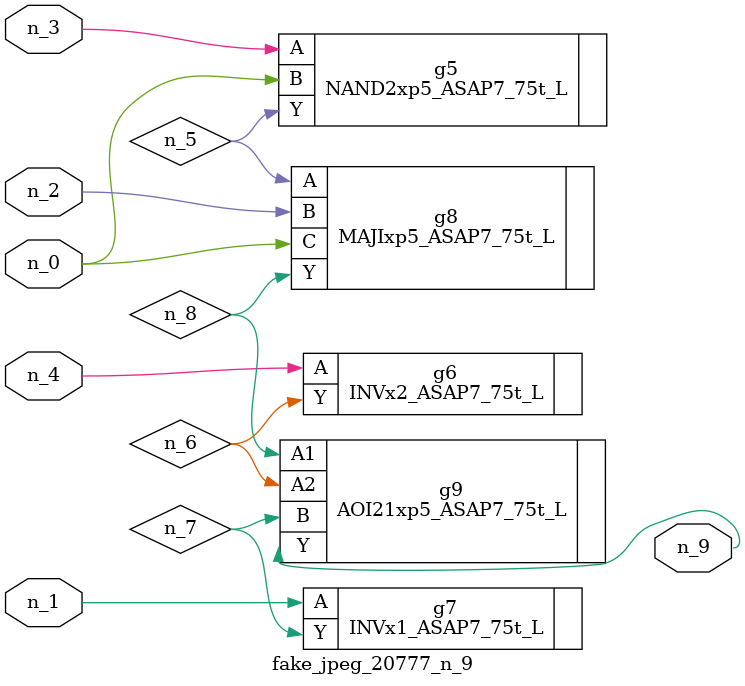
<source format=v>
module fake_jpeg_20777_n_9 (n_3, n_2, n_1, n_0, n_4, n_9);

input n_3;
input n_2;
input n_1;
input n_0;
input n_4;

output n_9;

wire n_8;
wire n_6;
wire n_5;
wire n_7;

NAND2xp5_ASAP7_75t_L g5 ( 
.A(n_3),
.B(n_0),
.Y(n_5)
);

INVx2_ASAP7_75t_L g6 ( 
.A(n_4),
.Y(n_6)
);

INVx1_ASAP7_75t_L g7 ( 
.A(n_1),
.Y(n_7)
);

MAJIxp5_ASAP7_75t_L g8 ( 
.A(n_5),
.B(n_2),
.C(n_0),
.Y(n_8)
);

AOI21xp5_ASAP7_75t_L g9 ( 
.A1(n_8),
.A2(n_6),
.B(n_7),
.Y(n_9)
);


endmodule
</source>
